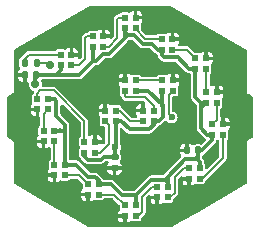
<source format=gbr>
%TF.GenerationSoftware,KiCad,Pcbnew,8.0.4*%
%TF.CreationDate,2024-10-23T12:58:23+11:00*%
%TF.ProjectId,Micron_Logo_LED,4d696372-6f6e-45f4-9c6f-676f5f4c4544,rev?*%
%TF.SameCoordinates,Original*%
%TF.FileFunction,Copper,L1,Top*%
%TF.FilePolarity,Positive*%
%FSLAX46Y46*%
G04 Gerber Fmt 4.6, Leading zero omitted, Abs format (unit mm)*
G04 Created by KiCad (PCBNEW 8.0.4) date 2024-10-23 12:58:23*
%MOMM*%
%LPD*%
G01*
G04 APERTURE LIST*
G04 Aperture macros list*
%AMRoundRect*
0 Rectangle with rounded corners*
0 $1 Rounding radius*
0 $2 $3 $4 $5 $6 $7 $8 $9 X,Y pos of 4 corners*
0 Add a 4 corners polygon primitive as box body*
4,1,4,$2,$3,$4,$5,$6,$7,$8,$9,$2,$3,0*
0 Add four circle primitives for the rounded corners*
1,1,$1+$1,$2,$3*
1,1,$1+$1,$4,$5*
1,1,$1+$1,$6,$7*
1,1,$1+$1,$8,$9*
0 Add four rect primitives between the rounded corners*
20,1,$1+$1,$2,$3,$4,$5,0*
20,1,$1+$1,$4,$5,$6,$7,0*
20,1,$1+$1,$6,$7,$8,$9,0*
20,1,$1+$1,$8,$9,$2,$3,0*%
G04 Aperture macros list end*
%TA.AperFunction,SMDPad,CuDef*%
%ADD10R,0.500000X0.500000*%
%TD*%
%TA.AperFunction,SMDPad,CuDef*%
%ADD11RoundRect,0.135000X0.135000X0.185000X-0.135000X0.185000X-0.135000X-0.185000X0.135000X-0.185000X0*%
%TD*%
%TA.AperFunction,SMDPad,CuDef*%
%ADD12RoundRect,0.140000X-0.140000X-0.170000X0.140000X-0.170000X0.140000X0.170000X-0.140000X0.170000X0*%
%TD*%
%TA.AperFunction,SMDPad,CuDef*%
%ADD13RoundRect,0.140000X0.170000X-0.140000X0.170000X0.140000X-0.170000X0.140000X-0.170000X-0.140000X0*%
%TD*%
%TA.AperFunction,ViaPad*%
%ADD14C,0.600000*%
%TD*%
%TA.AperFunction,ViaPad*%
%ADD15C,0.700000*%
%TD*%
%TA.AperFunction,Conductor*%
%ADD16C,0.300000*%
%TD*%
%TA.AperFunction,Conductor*%
%ADD17C,0.200000*%
%TD*%
G04 APERTURE END LIST*
D10*
%TO.P,D3,1,DIN*%
%TO.N,Net-(D2-DOUT)*%
X151754000Y-92899434D03*
%TO.P,D3,2,VDD*%
%TO.N,+5V*%
X151754000Y-93799434D03*
%TO.P,D3,3,DOUT*%
%TO.N,Net-(D3-DOUT)*%
X152654000Y-93799434D03*
%TO.P,D3,4,GND*%
%TO.N,GND*%
X152654000Y-92899434D03*
%TD*%
%TO.P,D2,1,DIN*%
%TO.N,Net-(D1-DOUT)*%
X149035250Y-94469105D03*
%TO.P,D2,2,VDD*%
%TO.N,+5V*%
X149035250Y-95369105D03*
%TO.P,D2,3,DOUT*%
%TO.N,Net-(D2-DOUT)*%
X149935250Y-95369105D03*
%TO.P,D2,4,GND*%
%TO.N,GND*%
X149935250Y-94469105D03*
%TD*%
%TO.P,D5,1,DIN*%
%TO.N,Net-(D4-DOUT)*%
X157722750Y-96345493D03*
%TO.P,D5,2,VDD*%
%TO.N,+5V*%
X157722750Y-97245493D03*
%TO.P,D5,3,DOUT*%
%TO.N,Net-(D5-DOUT)*%
X158622750Y-97245493D03*
%TO.P,D5,4,GND*%
%TO.N,GND*%
X158622750Y-96345493D03*
%TD*%
%TO.P,D15,1,DIN*%
%TO.N,Net-(D14-DOUT)*%
X148331837Y-103410522D03*
%TO.P,D15,2,VDD*%
%TO.N,+5V*%
X148331837Y-104310522D03*
%TO.P,D15,3,DOUT*%
%TO.N,Net-(D15-DOUT)*%
X149231837Y-104310522D03*
%TO.P,D15,4,GND*%
%TO.N,GND*%
X149231837Y-103410522D03*
%TD*%
%TO.P,D1,1,DIN*%
%TO.N,Net-(D1-DIN)*%
X146316500Y-96038776D03*
%TO.P,D1,2,VDD*%
%TO.N,+5V*%
X146316500Y-96938776D03*
%TO.P,D1,3,DOUT*%
%TO.N,Net-(D1-DOUT)*%
X147216500Y-96938776D03*
%TO.P,D1,4,GND*%
%TO.N,GND*%
X147216500Y-96038776D03*
%TD*%
%TO.P,D10,1,DIN*%
%TO.N,Net-(D10-DIN)*%
X152654000Y-109676566D03*
%TO.P,D10,2,VDD*%
%TO.N,+5V*%
X152654000Y-108776566D03*
%TO.P,D10,3,DOUT*%
%TO.N,Net-(D10-DOUT)*%
X151754000Y-108776566D03*
%TO.P,D10,4,GND*%
%TO.N,GND*%
X151754000Y-109676566D03*
%TD*%
%TO.P,D13,1,DIN*%
%TO.N,Net-(D12-DOUT)*%
X145779000Y-103368274D03*
%TO.P,D13,2,VDD*%
%TO.N,+5V*%
X145779000Y-102468274D03*
%TO.P,D13,3,DOUT*%
%TO.N,Net-(D13-DOUT)*%
X144879000Y-102468274D03*
%TO.P,D13,4,GND*%
%TO.N,GND*%
X144879000Y-103368274D03*
%TD*%
%TO.P,D14,1,DIN*%
%TO.N,Net-(D13-DOUT)*%
X145247750Y-100668422D03*
%TO.P,D14,2,VDD*%
%TO.N,+5V*%
X145247750Y-99768422D03*
%TO.P,D14,3,DOUT*%
%TO.N,Net-(D14-DOUT)*%
X144347750Y-99768422D03*
%TO.P,D14,4,GND*%
%TO.N,GND*%
X144347750Y-100668422D03*
%TD*%
%TO.P,D12,1,DIN*%
%TO.N,Net-(D11-DOUT)*%
X146685250Y-106230507D03*
%TO.P,D12,2,VDD*%
%TO.N,+5V*%
X146685250Y-105330507D03*
%TO.P,D12,3,DOUT*%
%TO.N,Net-(D12-DOUT)*%
X145785250Y-105330507D03*
%TO.P,D12,4,GND*%
%TO.N,GND*%
X145785250Y-106230507D03*
%TD*%
%TO.P,D7,1,DIN*%
%TO.N,Net-(D6-DOUT)*%
X159160250Y-101907578D03*
%TO.P,D7,2,VDD*%
%TO.N,+5V*%
X159160250Y-102807578D03*
%TO.P,D7,3,DOUT*%
%TO.N,Net-(D7-DOUT)*%
X160060250Y-102807578D03*
%TO.P,D7,4,GND*%
%TO.N,GND*%
X160060250Y-101907578D03*
%TD*%
D11*
%TO.P,R1,1*%
%TO.N,Net-(D1-DIN)*%
X144274000Y-96716000D03*
%TO.P,R1,2*%
%TO.N,DIN*%
X143254000Y-96716000D03*
%TD*%
D10*
%TO.P,D9,1,DIN*%
%TO.N,Net-(D8-DOUT)*%
X155372750Y-108106895D03*
%TO.P,D9,2,VDD*%
%TO.N,+5V*%
X155372750Y-107206895D03*
%TO.P,D9,3,DOUT*%
%TO.N,Net-(D10-DIN)*%
X154472750Y-107206895D03*
%TO.P,D9,4,GND*%
%TO.N,GND*%
X154472750Y-108106895D03*
%TD*%
%TO.P,D17,1,DIN*%
%TO.N,Net-(D16-DOUT)*%
X153280664Y-101656005D03*
%TO.P,D17,2,VDD*%
%TO.N,+5V*%
X154180664Y-101656005D03*
%TO.P,D17,3,DOUT*%
%TO.N,Net-(D17-DOUT)*%
X154180664Y-100756005D03*
%TO.P,D17,4,GND*%
%TO.N,GND*%
X153280664Y-100756005D03*
%TD*%
D12*
%TO.P,C1,1*%
%TO.N,GND*%
X143284000Y-97732000D03*
%TO.P,C1,2*%
%TO.N,+5V*%
X144244000Y-97732000D03*
%TD*%
%TO.P,C2,1*%
%TO.N,GND*%
X157000000Y-104140000D03*
%TO.P,C2,2*%
%TO.N,+5V*%
X157960000Y-104140000D03*
%TD*%
D10*
%TO.P,D16,1,DIN*%
%TO.N,Net-(D15-DOUT)*%
X150079357Y-101656005D03*
%TO.P,D16,2,VDD*%
%TO.N,+5V*%
X150979357Y-101656005D03*
%TO.P,D16,3,DOUT*%
%TO.N,Net-(D16-DOUT)*%
X150979357Y-100756005D03*
%TO.P,D16,4,GND*%
%TO.N,GND*%
X150079357Y-100756005D03*
%TD*%
%TO.P,D4,1,DIN*%
%TO.N,Net-(D3-DOUT)*%
X154879000Y-94703653D03*
%TO.P,D4,2,VDD*%
%TO.N,+5V*%
X154879000Y-95603653D03*
%TO.P,D4,3,DOUT*%
%TO.N,Net-(D4-DOUT)*%
X155779000Y-95603653D03*
%TO.P,D4,4,GND*%
%TO.N,GND*%
X155779000Y-94703653D03*
%TD*%
D13*
%TO.P,C3,1*%
%TO.N,GND*%
X150876000Y-105636000D03*
%TO.P,C3,2*%
%TO.N,+5V*%
X150876000Y-104676000D03*
%TD*%
D10*
%TO.P,D19,1,DIN*%
%TO.N,Net-(D18-DOUT)*%
X154915190Y-98189132D03*
%TO.P,D19,2,VDD*%
%TO.N,+5V*%
X154915190Y-99089132D03*
%TO.P,D19,3,DOUT*%
%TO.N,DOUT*%
X155815190Y-99089132D03*
%TO.P,D19,4,GND*%
%TO.N,GND*%
X155815190Y-98189132D03*
%TD*%
%TO.P,D6,1,DIN*%
%TO.N,Net-(D5-DOUT)*%
X158629000Y-99207726D03*
%TO.P,D6,2,VDD*%
%TO.N,+5V*%
X158629000Y-100107726D03*
%TO.P,D6,3,DOUT*%
%TO.N,Net-(D6-DOUT)*%
X159529000Y-100107726D03*
%TO.P,D6,4,GND*%
%TO.N,GND*%
X159529000Y-99207726D03*
%TD*%
%TO.P,D11,1,DIN*%
%TO.N,Net-(D10-DOUT)*%
X149529000Y-107872347D03*
%TO.P,D11,2,VDD*%
%TO.N,+5V*%
X149529000Y-106972347D03*
%TO.P,D11,3,DOUT*%
%TO.N,Net-(D11-DOUT)*%
X148629000Y-106972347D03*
%TO.P,D11,4,GND*%
%TO.N,GND*%
X148629000Y-107872347D03*
%TD*%
%TO.P,D18,1,DIN*%
%TO.N,Net-(D17-DOUT)*%
X151769165Y-99089132D03*
%TO.P,D18,2,VDD*%
%TO.N,+5V*%
X152669165Y-99089132D03*
%TO.P,D18,3,DOUT*%
%TO.N,Net-(D18-DOUT)*%
X152669165Y-98189132D03*
%TO.P,D18,4,GND*%
%TO.N,GND*%
X151769165Y-98189132D03*
%TD*%
%TO.P,D8,1,DIN*%
%TO.N,Net-(D7-DOUT)*%
X158091500Y-106537224D03*
%TO.P,D8,2,VDD*%
%TO.N,+5V*%
X158091500Y-105637224D03*
%TO.P,D8,3,DOUT*%
%TO.N,Net-(D8-DOUT)*%
X157191500Y-105637224D03*
%TO.P,D8,4,GND*%
%TO.N,GND*%
X157191500Y-106537224D03*
%TD*%
D14*
%TO.N,+5V*%
X150954001Y-103831435D03*
D15*
X144170400Y-98552000D03*
%TO.N,GND*%
X147320000Y-94488000D03*
X151223707Y-106619927D03*
X154432000Y-92964000D03*
X144272000Y-104902000D03*
X159258000Y-104394000D03*
X146812000Y-107696000D03*
X160782000Y-100584000D03*
X147574000Y-99441000D03*
X156718000Y-99568000D03*
X143764000Y-102108000D03*
X149860000Y-109220000D03*
X156108400Y-104114600D03*
X157226000Y-107950000D03*
X143002000Y-99060000D03*
D14*
X147574000Y-102108000D03*
D15*
X154432000Y-109474000D03*
X157480000Y-94742000D03*
X149860000Y-92964000D03*
D14*
%TO.N,DOUT*%
X155702000Y-101346000D03*
D15*
%TO.N,DIN*%
X145437267Y-96898769D03*
%TD*%
D16*
%TO.N,+5V*%
X154081653Y-95153653D02*
X154531653Y-95603653D01*
X150954001Y-103831435D02*
X150954001Y-104569999D01*
X149902895Y-95969105D02*
X150410895Y-95969105D01*
X154531653Y-95603653D02*
X154879000Y-95603653D01*
X144244000Y-97732000D02*
X145523276Y-97732000D01*
X149289250Y-96582750D02*
X149902895Y-95969105D01*
X154879000Y-95603653D02*
X154879000Y-96053653D01*
X158179000Y-100533326D02*
X158191200Y-100545526D01*
X144170400Y-98552000D02*
X144170400Y-97805600D01*
X159160250Y-102807578D02*
X159160250Y-103221750D01*
X150954001Y-103831435D02*
X150979357Y-103806079D01*
X146316500Y-97300138D02*
X146316500Y-96938776D01*
X149529000Y-106672347D02*
X149229000Y-106372347D01*
X158091500Y-105084300D02*
X158091500Y-105637224D01*
X145523276Y-97732000D02*
X145884638Y-97732000D01*
X158179000Y-100107726D02*
X158179000Y-100533326D01*
X154940000Y-100330000D02*
X154940000Y-101346000D01*
X149229000Y-106372347D02*
X148665396Y-106372347D01*
X146685250Y-102489250D02*
X146664274Y-102468274D01*
X158710250Y-102807578D02*
X159160250Y-102807578D01*
X158179000Y-100107726D02*
X158629000Y-100107726D01*
X148598522Y-104910522D02*
X148331837Y-104643837D01*
X151754000Y-93799434D02*
X151754000Y-94099434D01*
X156826724Y-104902000D02*
X155372750Y-106355974D01*
X152654000Y-107925645D02*
X151539475Y-107925645D01*
X146664274Y-102468274D02*
X146229000Y-102468274D01*
X145797750Y-99768422D02*
X145950664Y-99921336D01*
X157909200Y-104902000D02*
X157960000Y-104952800D01*
X157722750Y-99651476D02*
X158179000Y-100107726D01*
X150954001Y-104569999D02*
X150848000Y-104676000D01*
X158242000Y-104140000D02*
X157960000Y-104140000D01*
X147886000Y-97732000D02*
X149035250Y-96582750D01*
X151980566Y-94399434D02*
X151754000Y-94626000D01*
X150979357Y-103806079D02*
X150979357Y-101656005D01*
X157960000Y-104140000D02*
X157960000Y-104648000D01*
X150848000Y-104676000D02*
X149952755Y-104676000D01*
X154915190Y-99089132D02*
X154915190Y-100354810D01*
X154879000Y-96053653D02*
X155091347Y-96266000D01*
X146229000Y-102468274D02*
X145779000Y-102468274D01*
X149035250Y-96582750D02*
X149289250Y-96582750D01*
X157189493Y-97245493D02*
X157722750Y-97245493D01*
X147623556Y-105330507D02*
X146685250Y-105330507D01*
X155091347Y-96266000D02*
X156210000Y-96266000D01*
X152669165Y-99089132D02*
X153699132Y-99089132D01*
X149035250Y-96582750D02*
X149035250Y-95369105D01*
X152054000Y-94399434D02*
X151980566Y-94399434D01*
X157706000Y-104902000D02*
X157909200Y-104902000D01*
X152678355Y-107925645D02*
X152654000Y-107925645D01*
X158179000Y-100557726D02*
X158179000Y-102276328D01*
X145247750Y-99768422D02*
X145797750Y-99768422D01*
X155121829Y-106606895D02*
X153997105Y-106606895D01*
X149718233Y-104910522D02*
X148598522Y-104910522D01*
X148665396Y-106372347D02*
X147623556Y-105330507D01*
X150586177Y-106972347D02*
X149529000Y-106972347D01*
X152654000Y-107925645D02*
X152654000Y-108776566D01*
X156210000Y-96266000D02*
X157189493Y-97245493D01*
X158179000Y-102276328D02*
X158710250Y-102807578D01*
X151754000Y-94626000D02*
X151754000Y-93799434D01*
X155372750Y-106857816D02*
X155372750Y-107206895D01*
X152553038Y-94399434D02*
X153307257Y-95153653D01*
X151440005Y-101656005D02*
X152146000Y-102362000D01*
X148331837Y-104643837D02*
X148331837Y-104310522D01*
X155372750Y-106355974D02*
X155372750Y-107206895D01*
X153774669Y-102362000D02*
X154180664Y-101956005D01*
X157722750Y-97245493D02*
X157722750Y-99651476D01*
X145950664Y-101232164D02*
X146685250Y-101966750D01*
X145950664Y-99921336D02*
X145950664Y-101232164D01*
X158629000Y-100107726D02*
X158191200Y-100545526D01*
X155121829Y-106606895D02*
X155372750Y-106857816D01*
X144170400Y-97805600D02*
X144244000Y-97732000D01*
X145523276Y-97732000D02*
X147886000Y-97732000D01*
X154940000Y-101346000D02*
X154629995Y-101656005D01*
X151754000Y-94099434D02*
X152054000Y-94399434D01*
X157960000Y-104648000D02*
X157706000Y-104902000D01*
X157706000Y-104902000D02*
X156826724Y-104902000D01*
X149529000Y-106972347D02*
X149529000Y-106672347D01*
X145884638Y-97732000D02*
X146316500Y-97300138D01*
X150410895Y-95969105D02*
X151754000Y-94626000D01*
X149952755Y-104676000D02*
X149718233Y-104910522D01*
X157960000Y-104952800D02*
X158091500Y-105084300D01*
X155372750Y-106355974D02*
X155121829Y-106606895D01*
X158191200Y-100545526D02*
X158179000Y-100557726D01*
X153699132Y-99089132D02*
X154940000Y-100330000D01*
X150979357Y-101656005D02*
X151440005Y-101656005D01*
X146229000Y-102423000D02*
X146229000Y-102468274D01*
X146685250Y-102489250D02*
X146685250Y-101966750D01*
X157960000Y-104140000D02*
X157960000Y-104952800D01*
X153307257Y-95153653D02*
X154081653Y-95153653D01*
X152054000Y-94399434D02*
X152553038Y-94399434D01*
X154180664Y-101956005D02*
X154180664Y-101656005D01*
X153997105Y-106606895D02*
X152678355Y-107925645D01*
X159160250Y-103221750D02*
X158242000Y-104140000D01*
X152146000Y-102362000D02*
X153774669Y-102362000D01*
X146685250Y-105330507D02*
X146685250Y-102489250D01*
X154629995Y-101656005D02*
X154180664Y-101656005D01*
X154915190Y-100354810D02*
X154940000Y-100330000D01*
X151539475Y-107925645D02*
X150586177Y-106972347D01*
D17*
%TO.N,Net-(D1-DIN)*%
X146316500Y-96038776D02*
X143610224Y-96038776D01*
X143254000Y-96395000D02*
X143254000Y-96716000D01*
X143610224Y-96038776D02*
X143254000Y-96395000D01*
%TO.N,Net-(D1-DOUT)*%
X148558095Y-94469105D02*
X149035250Y-94469105D01*
X147866424Y-96938776D02*
X148386800Y-96418400D01*
X148386800Y-94640400D02*
X148558095Y-94469105D01*
X148386800Y-96418400D02*
X148386800Y-94640400D01*
X147216500Y-96938776D02*
X147866424Y-96938776D01*
%TO.N,Net-(D2-DOUT)*%
X151104600Y-93040200D02*
X151245366Y-92899434D01*
X151104600Y-94639004D02*
X151104600Y-93040200D01*
X151245366Y-92899434D02*
X151754000Y-92899434D01*
X150374499Y-95369105D02*
X151104600Y-94639004D01*
X149935250Y-95369105D02*
X150374499Y-95369105D01*
%TO.N,Net-(D3-DOUT)*%
X152654000Y-93799434D02*
X152654000Y-93864000D01*
X153493653Y-94703653D02*
X154879000Y-94703653D01*
X152654000Y-93864000D02*
X153493653Y-94703653D01*
%TO.N,Net-(D4-DOUT)*%
X156980910Y-95603653D02*
X157722750Y-96345493D01*
X155779000Y-95603653D02*
X156980910Y-95603653D01*
%TO.N,Net-(D5-DOUT)*%
X158622750Y-97245493D02*
X158622750Y-99201476D01*
X158622750Y-99201476D02*
X158629000Y-99207726D01*
%TO.N,DOUT*%
X155702000Y-101346000D02*
X155448000Y-101092000D01*
X155448000Y-101092000D02*
X155448000Y-99456322D01*
X155448000Y-99456322D02*
X155815190Y-99089132D01*
%TO.N,Net-(D6-DOUT)*%
X159529000Y-100107726D02*
X159529000Y-101538828D01*
X159529000Y-101538828D02*
X159160250Y-101907578D01*
%TO.N,Net-(D7-DOUT)*%
X160060250Y-104768474D02*
X158291500Y-106537224D01*
X160060250Y-102807578D02*
X160060250Y-104768474D01*
X158291500Y-106537224D02*
X158091500Y-106537224D01*
%TO.N,Net-(D8-DOUT)*%
X156744776Y-105637224D02*
X155956000Y-106426000D01*
X155572750Y-108106895D02*
X155372750Y-108106895D01*
X155956000Y-107723645D02*
X155572750Y-108106895D01*
X155956000Y-106426000D02*
X155956000Y-107723645D01*
X157191500Y-105637224D02*
X156744776Y-105637224D01*
%TO.N,Net-(D10-DIN)*%
X152854000Y-109676566D02*
X152654000Y-109676566D01*
X153204000Y-108036396D02*
X153204000Y-109326566D01*
X154472750Y-107206895D02*
X154033501Y-107206895D01*
X153204000Y-109326566D02*
X152854000Y-109676566D01*
X154033501Y-107206895D02*
X153204000Y-108036396D01*
%TO.N,Net-(D10-DOUT)*%
X150849781Y-107872347D02*
X149529000Y-107872347D01*
X151754000Y-108776566D02*
X150849781Y-107872347D01*
%TO.N,Net-(D11-DOUT)*%
X147887160Y-106230507D02*
X146685250Y-106230507D01*
X148629000Y-106972347D02*
X147887160Y-106230507D01*
%TO.N,Net-(D12-DOUT)*%
X145785250Y-105330507D02*
X145785250Y-103374524D01*
X145785250Y-103374524D02*
X145779000Y-103368274D01*
%TO.N,Net-(D13-DOUT)*%
X144879000Y-102468274D02*
X144879000Y-101037172D01*
X144879000Y-101037172D02*
X145247750Y-100668422D01*
%TO.N,Net-(D14-DOUT)*%
X144606172Y-99060000D02*
X145725724Y-99060000D01*
X148331837Y-101666113D02*
X148331837Y-103410522D01*
X145725724Y-99060000D02*
X148331837Y-101666113D01*
X144347750Y-99318422D02*
X144606172Y-99060000D01*
X144347750Y-99768422D02*
X144347750Y-99318422D01*
%TO.N,Net-(D15-DOUT)*%
X149231837Y-104310522D02*
X149681837Y-104310522D01*
X150368000Y-103624359D02*
X150368000Y-101944648D01*
X149681837Y-104310522D02*
X150368000Y-103624359D01*
X150368000Y-101944648D02*
X150079357Y-101656005D01*
%TO.N,Net-(D16-DOUT)*%
X152202005Y-101656005D02*
X153280664Y-101656005D01*
X151302005Y-100756005D02*
X152202005Y-101656005D01*
X150979357Y-100756005D02*
X151302005Y-100756005D01*
%TO.N,Net-(D17-DOUT)*%
X151769165Y-99539132D02*
X151769165Y-99089132D01*
X153487132Y-99639132D02*
X151869165Y-99639132D01*
X154180664Y-100332664D02*
X153487132Y-99639132D01*
X151869165Y-99639132D02*
X151769165Y-99539132D01*
X154180664Y-100756005D02*
X154180664Y-100332664D01*
%TO.N,Net-(D18-DOUT)*%
X152669165Y-98189132D02*
X154915190Y-98189132D01*
%TO.N,DIN*%
X144274000Y-96716000D02*
X145254498Y-96716000D01*
X145254498Y-96716000D02*
X145437267Y-96898769D01*
%TD*%
%TA.AperFunction,Conductor*%
%TO.N,GND*%
G36*
X152423533Y-94769619D02*
G01*
X152444175Y-94786253D01*
X153092045Y-95434123D01*
X153171969Y-95480267D01*
X153261113Y-95504153D01*
X153261114Y-95504153D01*
X153353401Y-95504153D01*
X153885109Y-95504153D01*
X153952148Y-95523838D01*
X153972790Y-95540472D01*
X154316441Y-95884123D01*
X154316443Y-95884124D01*
X154316447Y-95884127D01*
X154383410Y-95922788D01*
X154383411Y-95922788D01*
X154396365Y-95930267D01*
X154396366Y-95930267D01*
X154396367Y-95930268D01*
X154403276Y-95932119D01*
X154462939Y-95968480D01*
X154474292Y-95983005D01*
X154484450Y-95998208D01*
X154492181Y-96005939D01*
X154525666Y-96067262D01*
X154528500Y-96093620D01*
X154528500Y-96099797D01*
X154543168Y-96154540D01*
X154549439Y-96177942D01*
X154549439Y-96177944D01*
X154552384Y-96188937D01*
X154552387Y-96188944D01*
X154598527Y-96268861D01*
X154598529Y-96268864D01*
X154598530Y-96268865D01*
X154876135Y-96546470D01*
X154956059Y-96592614D01*
X155045203Y-96616500D01*
X156013456Y-96616500D01*
X156080495Y-96636185D01*
X156101137Y-96652819D01*
X156544723Y-97096404D01*
X156909024Y-97460705D01*
X156974281Y-97525962D01*
X156974284Y-97525963D01*
X156974287Y-97525966D01*
X157054199Y-97572104D01*
X157054200Y-97572104D01*
X157054205Y-97572107D01*
X157143349Y-97595993D01*
X157232783Y-97595993D01*
X157299822Y-97615678D01*
X157320464Y-97632312D01*
X157335931Y-97647779D01*
X157369416Y-97709102D01*
X157372250Y-97735460D01*
X157372250Y-99697620D01*
X157394188Y-99779495D01*
X157396136Y-99786764D01*
X157425702Y-99837973D01*
X157442279Y-99866686D01*
X157442281Y-99866689D01*
X157792181Y-100216589D01*
X157825666Y-100277912D01*
X157828500Y-100304270D01*
X157828500Y-100511582D01*
X157828500Y-102322472D01*
X157833438Y-102340901D01*
X157851453Y-102408133D01*
X157851454Y-102408139D01*
X157852384Y-102411611D01*
X157852388Y-102411620D01*
X157898525Y-102491533D01*
X157898529Y-102491538D01*
X157898530Y-102491540D01*
X158495038Y-103088048D01*
X158547329Y-103118238D01*
X158595544Y-103168804D01*
X158608768Y-103237411D01*
X158582800Y-103302276D01*
X158573010Y-103313306D01*
X158286455Y-103599861D01*
X158225132Y-103633346D01*
X158182591Y-103635119D01*
X158139904Y-103629500D01*
X157780105Y-103629500D01*
X157764386Y-103631569D01*
X157730513Y-103636028D01*
X157730511Y-103636029D01*
X157730509Y-103636029D01*
X157611852Y-103691361D01*
X157610722Y-103688939D01*
X157559692Y-103706142D01*
X157491927Y-103689123D01*
X157461463Y-103661677D01*
X157461212Y-103661929D01*
X157456378Y-103657095D01*
X157455016Y-103655868D01*
X157454639Y-103655357D01*
X157347919Y-103576594D01*
X157222732Y-103532788D01*
X157222720Y-103532786D01*
X157193007Y-103530000D01*
X157150000Y-103530000D01*
X157150000Y-104166000D01*
X157130315Y-104233039D01*
X157077511Y-104278794D01*
X157026000Y-104290000D01*
X156420001Y-104290000D01*
X156420001Y-104363000D01*
X156422786Y-104392720D01*
X156466596Y-104517922D01*
X156508761Y-104575053D01*
X156532732Y-104640682D01*
X156517417Y-104708852D01*
X156496672Y-104736368D01*
X155157538Y-106075504D01*
X155012966Y-106220076D01*
X154951643Y-106253561D01*
X154925285Y-106256395D01*
X153950961Y-106256395D01*
X153861817Y-106280281D01*
X153861814Y-106280282D01*
X153781896Y-106326422D01*
X153781891Y-106326426D01*
X152569492Y-107538826D01*
X152508169Y-107572311D01*
X152481811Y-107575145D01*
X151736019Y-107575145D01*
X151668980Y-107555460D01*
X151648338Y-107538826D01*
X150801390Y-106691878D01*
X150801385Y-106691874D01*
X150721466Y-106645733D01*
X150717192Y-106644588D01*
X150709787Y-106642604D01*
X150709786Y-106642603D01*
X150644308Y-106625059D01*
X150632321Y-106621847D01*
X150632320Y-106621847D01*
X150018967Y-106621847D01*
X149951928Y-106602162D01*
X149931286Y-106585528D01*
X149923555Y-106577797D01*
X149907884Y-106567326D01*
X149875271Y-106545534D01*
X149836777Y-106504433D01*
X149817825Y-106471607D01*
X149817822Y-106471602D01*
X149809470Y-106457134D01*
X149809468Y-106457132D01*
X149444213Y-106091878D01*
X149444208Y-106091874D01*
X149364290Y-106045734D01*
X149364289Y-106045733D01*
X149364288Y-106045733D01*
X149275144Y-106021847D01*
X149275143Y-106021847D01*
X148861939Y-106021847D01*
X148794900Y-106002162D01*
X148774258Y-105985528D01*
X148617730Y-105829000D01*
X150266001Y-105829000D01*
X150268786Y-105858720D01*
X150312596Y-105983922D01*
X150391358Y-106090641D01*
X150498080Y-106169405D01*
X150623267Y-106213211D01*
X150623279Y-106213213D01*
X150652992Y-106215999D01*
X151026000Y-106215999D01*
X151099000Y-106215999D01*
X151128720Y-106213213D01*
X151253922Y-106169403D01*
X151360641Y-106090641D01*
X151439405Y-105983919D01*
X151483211Y-105858732D01*
X151483213Y-105858720D01*
X151486000Y-105829007D01*
X151486000Y-105786000D01*
X151026000Y-105786000D01*
X151026000Y-106215999D01*
X150652992Y-106215999D01*
X150725999Y-106215998D01*
X150726000Y-106215998D01*
X150726000Y-105786000D01*
X150266001Y-105786000D01*
X150266001Y-105829000D01*
X148617730Y-105829000D01*
X147838769Y-105050038D01*
X147838764Y-105050034D01*
X147758846Y-105003894D01*
X147758845Y-105003893D01*
X147758844Y-105003893D01*
X147669700Y-104980007D01*
X147669699Y-104980007D01*
X147175216Y-104980007D01*
X147108177Y-104960322D01*
X147087532Y-104943685D01*
X147072066Y-104928218D01*
X147038583Y-104866894D01*
X147035750Y-104840540D01*
X147035750Y-101920608D01*
X147035750Y-101920606D01*
X147011864Y-101831462D01*
X146997136Y-101805953D01*
X146965719Y-101751537D01*
X146337483Y-101123301D01*
X146303998Y-101061978D01*
X146301164Y-101035620D01*
X146301164Y-100359773D01*
X146320849Y-100292734D01*
X146373653Y-100246979D01*
X146442811Y-100237035D01*
X146506367Y-100266060D01*
X146512845Y-100272092D01*
X147995018Y-101754265D01*
X148028503Y-101815588D01*
X148031337Y-101841946D01*
X148031337Y-102886846D01*
X148011652Y-102953885D01*
X147976229Y-102989947D01*
X147937285Y-103015968D01*
X147892969Y-103082291D01*
X147892968Y-103082292D01*
X147881337Y-103140769D01*
X147881337Y-103680274D01*
X147892968Y-103738751D01*
X147892969Y-103738752D01*
X147928302Y-103791631D01*
X147949180Y-103858308D01*
X147930696Y-103925688D01*
X147928302Y-103929413D01*
X147892969Y-103982291D01*
X147892968Y-103982292D01*
X147881337Y-104040769D01*
X147881337Y-104580274D01*
X147892968Y-104638751D01*
X147892969Y-104638752D01*
X147937283Y-104705073D01*
X147957537Y-104718606D01*
X148002341Y-104772219D01*
X148003207Y-104774256D01*
X148005225Y-104779130D01*
X148051364Y-104859045D01*
X148051366Y-104859048D01*
X148051367Y-104859049D01*
X148383310Y-105190992D01*
X148456536Y-105233269D01*
X148463234Y-105237136D01*
X148552378Y-105261022D01*
X148552379Y-105261022D01*
X148552380Y-105261022D01*
X149764375Y-105261022D01*
X149764377Y-105261022D01*
X149853521Y-105237136D01*
X149860219Y-105233269D01*
X149933445Y-105190992D01*
X150061618Y-105062819D01*
X150122941Y-105029334D01*
X150149299Y-105026500D01*
X150260019Y-105026500D01*
X150327058Y-105046185D01*
X150372813Y-105098989D01*
X150382757Y-105168147D01*
X150359789Y-105224134D01*
X150312594Y-105288080D01*
X150268788Y-105413267D01*
X150268786Y-105413279D01*
X150266000Y-105442992D01*
X150266000Y-105486000D01*
X151485999Y-105486000D01*
X151485999Y-105442999D01*
X151483213Y-105413279D01*
X151439403Y-105288077D01*
X151360641Y-105181359D01*
X151360129Y-105180981D01*
X151359703Y-105180420D01*
X151354071Y-105174788D01*
X151354841Y-105174017D01*
X151317877Y-105125335D01*
X151312417Y-105055679D01*
X151325846Y-105024710D01*
X151324639Y-105024148D01*
X151334838Y-105002276D01*
X151379972Y-104905487D01*
X151386500Y-104855901D01*
X151386499Y-104496100D01*
X151379972Y-104446513D01*
X151329224Y-104337684D01*
X151329223Y-104337683D01*
X151329223Y-104337682D01*
X151326926Y-104334402D01*
X151324921Y-104328457D01*
X151324639Y-104327852D01*
X151324706Y-104327820D01*
X151304599Y-104268196D01*
X151304501Y-104263279D01*
X151304501Y-104237470D01*
X151324186Y-104170431D01*
X151334783Y-104156272D01*
X151379378Y-104104808D01*
X151439166Y-103973892D01*
X151447347Y-103916992D01*
X156420000Y-103916992D01*
X156420000Y-103990000D01*
X156850000Y-103990000D01*
X156850000Y-103530000D01*
X156806999Y-103530000D01*
X156777279Y-103532786D01*
X156652077Y-103576596D01*
X156545358Y-103655358D01*
X156466594Y-103762080D01*
X156422788Y-103887267D01*
X156422786Y-103887279D01*
X156420000Y-103916992D01*
X151447347Y-103916992D01*
X151459648Y-103831435D01*
X151439166Y-103688978D01*
X151379378Y-103558062D01*
X151360143Y-103535863D01*
X151331119Y-103472309D01*
X151329857Y-103454662D01*
X151329857Y-102340901D01*
X151349542Y-102273862D01*
X151402346Y-102228107D01*
X151471504Y-102218163D01*
X151535060Y-102247188D01*
X151541538Y-102253220D01*
X151930788Y-102642470D01*
X151930790Y-102642471D01*
X151930794Y-102642474D01*
X152001829Y-102683486D01*
X152001830Y-102683486D01*
X152010712Y-102688614D01*
X152099856Y-102712500D01*
X152099857Y-102712500D01*
X152099858Y-102712500D01*
X153820811Y-102712500D01*
X153820813Y-102712500D01*
X153909957Y-102688614D01*
X153918839Y-102683486D01*
X153918840Y-102683486D01*
X153989874Y-102642474D01*
X153989873Y-102642474D01*
X153989881Y-102642470D01*
X154461134Y-102171217D01*
X154488440Y-102123919D01*
X154526935Y-102082817D01*
X154575216Y-102050557D01*
X154575217Y-102050555D01*
X154575219Y-102050554D01*
X154582950Y-102042824D01*
X154644273Y-102009339D01*
X154670631Y-102006505D01*
X154676137Y-102006505D01*
X154676139Y-102006505D01*
X154765283Y-101982619D01*
X154793006Y-101966613D01*
X154845207Y-101936475D01*
X155129377Y-101652303D01*
X155190700Y-101618819D01*
X155260391Y-101623803D01*
X155310770Y-101658781D01*
X155370872Y-101728143D01*
X155491947Y-101805953D01*
X155491950Y-101805954D01*
X155491949Y-101805954D01*
X155578830Y-101831464D01*
X155614529Y-101841946D01*
X155630036Y-101846499D01*
X155630038Y-101846500D01*
X155630039Y-101846500D01*
X155773962Y-101846500D01*
X155773962Y-101846499D01*
X155881121Y-101815035D01*
X155912050Y-101805954D01*
X155912050Y-101805953D01*
X155912053Y-101805953D01*
X156033128Y-101728143D01*
X156127377Y-101619373D01*
X156187165Y-101488457D01*
X156207647Y-101346000D01*
X156187165Y-101203543D01*
X156127377Y-101072627D01*
X156033128Y-100963857D01*
X155966726Y-100921183D01*
X155912051Y-100886045D01*
X155837565Y-100864175D01*
X155778787Y-100826401D01*
X155749762Y-100762845D01*
X155748500Y-100745198D01*
X155748500Y-99663632D01*
X155768185Y-99596593D01*
X155820989Y-99550838D01*
X155872500Y-99539632D01*
X156084940Y-99539632D01*
X156084941Y-99539631D01*
X156099758Y-99536684D01*
X156143419Y-99528000D01*
X156143419Y-99527999D01*
X156143421Y-99527999D01*
X156209742Y-99483684D01*
X156254057Y-99417363D01*
X156254057Y-99417361D01*
X156254058Y-99417361D01*
X156262742Y-99373700D01*
X156265690Y-99358880D01*
X156265690Y-98819384D01*
X156265690Y-98819383D01*
X156265690Y-98819381D01*
X156265689Y-98819379D01*
X156252658Y-98753865D01*
X156258885Y-98684274D01*
X156286594Y-98641993D01*
X156316975Y-98611611D01*
X156316978Y-98611606D01*
X156362279Y-98509009D01*
X156362279Y-98509007D01*
X156365189Y-98483926D01*
X156365190Y-98483923D01*
X156365190Y-98339132D01*
X155789190Y-98339132D01*
X155722151Y-98319447D01*
X155676396Y-98266643D01*
X155665190Y-98215132D01*
X155665190Y-98039132D01*
X155965190Y-98039132D01*
X156365189Y-98039132D01*
X156365189Y-97894346D01*
X156365187Y-97894323D01*
X156362281Y-97869262D01*
X156362280Y-97869258D01*
X156316978Y-97766657D01*
X156316975Y-97766652D01*
X156237669Y-97687346D01*
X156237664Y-97687343D01*
X156135066Y-97642042D01*
X156109984Y-97639132D01*
X155965190Y-97639132D01*
X155965190Y-98039132D01*
X155665190Y-98039132D01*
X155665190Y-97639132D01*
X155520404Y-97639132D01*
X155520381Y-97639134D01*
X155495320Y-97642040D01*
X155495316Y-97642041D01*
X155392715Y-97687343D01*
X155392710Y-97687346D01*
X155362328Y-97717728D01*
X155301005Y-97751213D01*
X155250458Y-97751664D01*
X155184938Y-97738632D01*
X154645442Y-97738632D01*
X154645437Y-97738632D01*
X154586960Y-97750263D01*
X154586959Y-97750264D01*
X154520636Y-97794580D01*
X154494615Y-97833524D01*
X154441003Y-97878328D01*
X154391514Y-97888632D01*
X153192841Y-97888632D01*
X153125802Y-97868947D01*
X153089740Y-97833524D01*
X153063718Y-97794580D01*
X152997395Y-97750264D01*
X152997394Y-97750263D01*
X152938917Y-97738632D01*
X152938913Y-97738632D01*
X152399417Y-97738632D01*
X152399416Y-97738632D01*
X152333895Y-97751664D01*
X152264304Y-97745435D01*
X152222025Y-97717727D01*
X152191644Y-97687346D01*
X152191639Y-97687343D01*
X152089041Y-97642042D01*
X152063959Y-97639132D01*
X151919165Y-97639132D01*
X151919165Y-98215132D01*
X151899480Y-98282171D01*
X151846676Y-98327926D01*
X151795165Y-98339132D01*
X151219166Y-98339132D01*
X151219166Y-98483917D01*
X151219167Y-98483940D01*
X151222073Y-98509001D01*
X151222074Y-98509005D01*
X151267376Y-98611606D01*
X151267379Y-98611611D01*
X151297760Y-98641992D01*
X151331245Y-98703315D01*
X151331697Y-98753862D01*
X151318665Y-98819383D01*
X151318665Y-99358884D01*
X151330296Y-99417361D01*
X151330297Y-99417362D01*
X151374612Y-99483684D01*
X151419362Y-99513585D01*
X151464167Y-99567197D01*
X151470244Y-99584588D01*
X151489144Y-99655121D01*
X151522661Y-99713174D01*
X151528705Y-99723643D01*
X151628705Y-99823643D01*
X151684654Y-99879592D01*
X151684656Y-99879593D01*
X151684660Y-99879596D01*
X151753169Y-99919149D01*
X151753176Y-99919153D01*
X151829603Y-99939632D01*
X153311299Y-99939632D01*
X153378338Y-99959317D01*
X153398980Y-99975951D01*
X153442168Y-100019139D01*
X153475653Y-100080462D01*
X153470669Y-100150154D01*
X153442168Y-100194501D01*
X153430664Y-100206005D01*
X153430664Y-100782005D01*
X153410979Y-100849044D01*
X153358175Y-100894799D01*
X153306664Y-100906005D01*
X152730665Y-100906005D01*
X152730665Y-101050790D01*
X152730666Y-101050813D01*
X152733572Y-101075874D01*
X152733574Y-101075880D01*
X152780173Y-101181421D01*
X152789243Y-101250699D01*
X152759419Y-101313884D01*
X152700169Y-101350913D01*
X152666738Y-101355505D01*
X152377838Y-101355505D01*
X152310799Y-101335820D01*
X152290157Y-101319186D01*
X151486518Y-100515547D01*
X151486516Y-100515545D01*
X151479652Y-100511582D01*
X151479649Y-100511580D01*
X151479618Y-100511562D01*
X151477709Y-100510459D01*
X151430781Y-100461210D01*
X152730664Y-100461210D01*
X152730664Y-100606005D01*
X153130664Y-100606005D01*
X153130664Y-100206005D01*
X152985878Y-100206005D01*
X152985855Y-100206007D01*
X152960794Y-100208913D01*
X152960790Y-100208914D01*
X152858189Y-100254216D01*
X152858184Y-100254219D01*
X152778878Y-100333525D01*
X152778875Y-100333530D01*
X152733574Y-100436127D01*
X152733574Y-100436129D01*
X152730664Y-100461210D01*
X151430781Y-100461210D01*
X151429510Y-100459876D01*
X151418696Y-100428915D01*
X151418224Y-100427775D01*
X151418224Y-100427774D01*
X151396066Y-100394613D01*
X151373909Y-100361452D01*
X151307587Y-100317137D01*
X151307586Y-100317136D01*
X151249109Y-100305505D01*
X151249105Y-100305505D01*
X150709609Y-100305505D01*
X150709608Y-100305505D01*
X150644087Y-100318537D01*
X150574496Y-100312308D01*
X150532217Y-100284600D01*
X150501836Y-100254219D01*
X150501831Y-100254216D01*
X150399233Y-100208915D01*
X150374151Y-100206005D01*
X150229357Y-100206005D01*
X150229357Y-100782005D01*
X150209672Y-100849044D01*
X150156868Y-100894799D01*
X150105357Y-100906005D01*
X149529358Y-100906005D01*
X149529358Y-101050790D01*
X149529359Y-101050813D01*
X149532265Y-101075874D01*
X149532266Y-101075878D01*
X149577568Y-101178479D01*
X149577571Y-101178484D01*
X149607952Y-101208865D01*
X149641437Y-101270188D01*
X149641889Y-101320735D01*
X149628857Y-101386256D01*
X149628857Y-101925757D01*
X149640488Y-101984234D01*
X149640489Y-101984235D01*
X149684804Y-102050557D01*
X149751126Y-102094872D01*
X149751127Y-102094873D01*
X149809604Y-102106504D01*
X149809607Y-102106505D01*
X149809609Y-102106505D01*
X149943500Y-102106505D01*
X150010539Y-102126190D01*
X150056294Y-102178994D01*
X150067500Y-102230505D01*
X150067500Y-103448525D01*
X150047815Y-103515564D01*
X150031181Y-103536206D01*
X149982032Y-103585355D01*
X149920709Y-103618840D01*
X149851017Y-103613856D01*
X149806670Y-103585355D01*
X149781837Y-103560522D01*
X149205837Y-103560522D01*
X149138798Y-103540837D01*
X149093043Y-103488033D01*
X149081837Y-103436522D01*
X149081837Y-103260522D01*
X149381837Y-103260522D01*
X149781836Y-103260522D01*
X149781836Y-103115736D01*
X149781834Y-103115713D01*
X149778928Y-103090652D01*
X149778927Y-103090648D01*
X149733625Y-102988047D01*
X149733622Y-102988042D01*
X149654316Y-102908736D01*
X149654311Y-102908733D01*
X149551713Y-102863432D01*
X149526631Y-102860522D01*
X149381837Y-102860522D01*
X149381837Y-103260522D01*
X149081837Y-103260522D01*
X149081837Y-102860522D01*
X148937051Y-102860522D01*
X148937028Y-102860524D01*
X148911967Y-102863430D01*
X148911961Y-102863432D01*
X148806421Y-102910031D01*
X148737143Y-102919101D01*
X148673958Y-102889277D01*
X148636929Y-102830027D01*
X148632337Y-102796596D01*
X148632337Y-101626552D01*
X148632337Y-101626551D01*
X148611858Y-101550124D01*
X148576255Y-101488457D01*
X148572301Y-101481608D01*
X148572295Y-101481600D01*
X147551905Y-100461210D01*
X149529357Y-100461210D01*
X149529357Y-100606005D01*
X149929357Y-100606005D01*
X149929357Y-100206005D01*
X149784571Y-100206005D01*
X149784548Y-100206007D01*
X149759487Y-100208913D01*
X149759483Y-100208914D01*
X149656882Y-100254216D01*
X149656877Y-100254219D01*
X149577571Y-100333525D01*
X149577568Y-100333530D01*
X149532267Y-100436127D01*
X149532267Y-100436129D01*
X149529357Y-100461210D01*
X147551905Y-100461210D01*
X145910236Y-98819541D01*
X145910235Y-98819540D01*
X145891395Y-98808663D01*
X145891395Y-98808661D01*
X145891392Y-98808661D01*
X145841718Y-98779981D01*
X145841715Y-98779979D01*
X145803499Y-98769739D01*
X145765286Y-98759500D01*
X145765284Y-98759500D01*
X144839727Y-98759500D01*
X144772688Y-98739815D01*
X144726933Y-98687011D01*
X144716788Y-98619315D01*
X144725650Y-98552002D01*
X144725650Y-98551999D01*
X144721090Y-98517363D01*
X144706730Y-98408291D01*
X144651261Y-98274375D01*
X144651257Y-98274370D01*
X144647869Y-98268501D01*
X144631396Y-98200601D01*
X144654248Y-98134574D01*
X144709169Y-98091383D01*
X144755256Y-98082500D01*
X147932142Y-98082500D01*
X147932144Y-98082500D01*
X148021288Y-98058614D01*
X148101212Y-98012470D01*
X148219345Y-97894337D01*
X151219165Y-97894337D01*
X151219165Y-98039132D01*
X151619165Y-98039132D01*
X151619165Y-97639132D01*
X151474379Y-97639132D01*
X151474356Y-97639134D01*
X151449295Y-97642040D01*
X151449291Y-97642041D01*
X151346690Y-97687343D01*
X151346685Y-97687346D01*
X151267379Y-97766652D01*
X151267376Y-97766657D01*
X151222075Y-97869254D01*
X151222075Y-97869256D01*
X151219165Y-97894337D01*
X148219345Y-97894337D01*
X149144113Y-96969569D01*
X149205436Y-96936084D01*
X149231794Y-96933250D01*
X149335392Y-96933250D01*
X149335394Y-96933250D01*
X149424538Y-96909364D01*
X149449429Y-96894993D01*
X149504462Y-96863220D01*
X150011758Y-96355924D01*
X150073081Y-96322439D01*
X150099439Y-96319605D01*
X150457037Y-96319605D01*
X150457039Y-96319605D01*
X150546183Y-96295719D01*
X150567096Y-96283645D01*
X150575121Y-96279012D01*
X150575122Y-96279011D01*
X150626107Y-96249575D01*
X151959002Y-94916677D01*
X151959007Y-94916674D01*
X151969210Y-94906470D01*
X151969212Y-94906470D01*
X152089429Y-94786253D01*
X152150752Y-94752768D01*
X152177110Y-94749934D01*
X152356494Y-94749934D01*
X152423533Y-94769619D01*
G37*
%TD.AperFunction*%
%TA.AperFunction,Conductor*%
G36*
X159673024Y-103209555D02*
G01*
X159693100Y-103220440D01*
X159704638Y-103228149D01*
X159749445Y-103281760D01*
X159759750Y-103331253D01*
X159759750Y-104592641D01*
X159740065Y-104659680D01*
X159723431Y-104680322D01*
X158753681Y-105650072D01*
X158692358Y-105683557D01*
X158622666Y-105678573D01*
X158566733Y-105636701D01*
X158542316Y-105571237D01*
X158542000Y-105562391D01*
X158542000Y-105367473D01*
X158541999Y-105367471D01*
X158530368Y-105308994D01*
X158530367Y-105308992D01*
X158486053Y-105242673D01*
X158478316Y-105234936D01*
X158444833Y-105173611D01*
X158442000Y-105147257D01*
X158442000Y-105038158D01*
X158442000Y-105038156D01*
X158418114Y-104949012D01*
X158417612Y-104948143D01*
X158371970Y-104869088D01*
X158346819Y-104843937D01*
X158313334Y-104782614D01*
X158310500Y-104756256D01*
X158310500Y-104632402D01*
X158330185Y-104565363D01*
X158346820Y-104544720D01*
X158349611Y-104541929D01*
X158383224Y-104508316D01*
X158395496Y-104481996D01*
X158441667Y-104429556D01*
X158445838Y-104427036D01*
X158457212Y-104420470D01*
X159440720Y-103436962D01*
X159486864Y-103357038D01*
X159504438Y-103291448D01*
X159540801Y-103231791D01*
X159603648Y-103201261D01*
X159673024Y-103209555D01*
G37*
%TD.AperFunction*%
%TA.AperFunction,Conductor*%
G36*
X155737965Y-91955112D02*
G01*
X161941952Y-95536987D01*
X161991500Y-95565593D01*
X162039716Y-95616160D01*
X162053500Y-95672980D01*
X162053500Y-98954739D01*
X162053500Y-99060193D01*
X162080793Y-99162053D01*
X162133520Y-99253379D01*
X162208087Y-99327946D01*
X162208088Y-99327947D01*
X162208090Y-99327948D01*
X162264472Y-99360500D01*
X162541500Y-99520441D01*
X162589715Y-99571008D01*
X162603500Y-99627828D01*
X162603500Y-102948170D01*
X162583815Y-103015209D01*
X162541500Y-103055557D01*
X162299413Y-103195327D01*
X162208085Y-103248055D01*
X162133521Y-103322619D01*
X162080794Y-103413944D01*
X162080793Y-103413947D01*
X162053500Y-103515807D01*
X162053500Y-106903018D01*
X162033815Y-106970057D01*
X161991500Y-107010405D01*
X157840794Y-109406818D01*
X156420955Y-110226563D01*
X155737966Y-110620887D01*
X155675966Y-110637500D01*
X148732034Y-110637500D01*
X148670034Y-110620887D01*
X147987045Y-110226563D01*
X147545005Y-109971351D01*
X151204001Y-109971351D01*
X151204002Y-109971374D01*
X151206908Y-109996435D01*
X151206909Y-109996439D01*
X151252211Y-110099040D01*
X151252214Y-110099045D01*
X151331520Y-110178351D01*
X151331525Y-110178354D01*
X151434123Y-110223655D01*
X151459206Y-110226565D01*
X151603999Y-110226565D01*
X151604000Y-110226564D01*
X151604000Y-109826566D01*
X151204001Y-109826566D01*
X151204001Y-109971351D01*
X147545005Y-109971351D01*
X146567206Y-109406818D01*
X144420008Y-108167132D01*
X148079001Y-108167132D01*
X148079002Y-108167155D01*
X148081908Y-108192216D01*
X148081909Y-108192220D01*
X148127211Y-108294821D01*
X148127214Y-108294826D01*
X148206520Y-108374132D01*
X148206525Y-108374135D01*
X148309123Y-108419436D01*
X148334206Y-108422346D01*
X148478999Y-108422346D01*
X148479000Y-108422345D01*
X148479000Y-108022347D01*
X148079001Y-108022347D01*
X148079001Y-108167132D01*
X144420008Y-108167132D01*
X142416500Y-107010405D01*
X142368284Y-106959838D01*
X142354500Y-106903018D01*
X142354500Y-106525292D01*
X145235251Y-106525292D01*
X145235252Y-106525315D01*
X145238158Y-106550376D01*
X145238159Y-106550380D01*
X145283461Y-106652981D01*
X145283464Y-106652986D01*
X145362770Y-106732292D01*
X145362775Y-106732295D01*
X145465373Y-106777596D01*
X145490456Y-106780506D01*
X145635249Y-106780506D01*
X145635250Y-106780505D01*
X145635250Y-106380507D01*
X145235251Y-106380507D01*
X145235251Y-106525292D01*
X142354500Y-106525292D01*
X142354500Y-103663059D01*
X144329001Y-103663059D01*
X144329002Y-103663082D01*
X144331908Y-103688143D01*
X144331909Y-103688147D01*
X144377211Y-103790748D01*
X144377214Y-103790753D01*
X144456520Y-103870059D01*
X144456525Y-103870062D01*
X144559123Y-103915363D01*
X144584206Y-103918273D01*
X144728999Y-103918273D01*
X144729000Y-103918272D01*
X144729000Y-103518274D01*
X144329001Y-103518274D01*
X144329001Y-103663059D01*
X142354500Y-103663059D01*
X142354500Y-103515809D01*
X142354500Y-103515807D01*
X142327207Y-103413947D01*
X142274480Y-103322621D01*
X142199913Y-103248054D01*
X142108587Y-103195327D01*
X142014090Y-103140769D01*
X141866500Y-103055557D01*
X141818284Y-103004990D01*
X141804500Y-102948170D01*
X141804500Y-100963207D01*
X143797751Y-100963207D01*
X143797752Y-100963230D01*
X143800658Y-100988291D01*
X143800659Y-100988295D01*
X143845961Y-101090896D01*
X143845964Y-101090901D01*
X143925270Y-101170207D01*
X143925275Y-101170210D01*
X144027873Y-101215511D01*
X144052956Y-101218421D01*
X144197749Y-101218421D01*
X144197750Y-101218420D01*
X144197750Y-100818422D01*
X143797751Y-100818422D01*
X143797751Y-100963207D01*
X141804500Y-100963207D01*
X141804500Y-99627828D01*
X141824185Y-99560789D01*
X141866498Y-99520442D01*
X142199913Y-99327946D01*
X142229187Y-99298672D01*
X142274480Y-99253379D01*
X142327207Y-99162053D01*
X142354500Y-99060193D01*
X142354500Y-97955000D01*
X142704001Y-97955000D01*
X142706786Y-97984720D01*
X142750596Y-98109922D01*
X142829358Y-98216641D01*
X142936080Y-98295405D01*
X143061267Y-98339211D01*
X143061279Y-98339213D01*
X143090977Y-98341998D01*
X143091006Y-98341999D01*
X143134000Y-98341999D01*
X143134000Y-97882000D01*
X142704001Y-97882000D01*
X142704001Y-97955000D01*
X142354500Y-97955000D01*
X142354500Y-97508992D01*
X142704000Y-97508992D01*
X142704000Y-97582000D01*
X143310000Y-97582000D01*
X143377039Y-97601685D01*
X143422794Y-97654489D01*
X143434000Y-97706000D01*
X143434000Y-98341999D01*
X143476994Y-98341999D01*
X143490059Y-98340774D01*
X143558643Y-98354115D01*
X143609127Y-98402417D01*
X143625483Y-98470345D01*
X143624573Y-98480417D01*
X143615150Y-98551996D01*
X143615150Y-98551999D01*
X143615150Y-98552000D01*
X143630177Y-98666143D01*
X143634070Y-98695708D01*
X143634071Y-98695712D01*
X143689537Y-98829622D01*
X143689538Y-98829624D01*
X143689539Y-98829625D01*
X143777779Y-98944621D01*
X143892775Y-99032861D01*
X143892776Y-99032861D01*
X143892777Y-99032862D01*
X143990680Y-99073414D01*
X144045084Y-99117254D01*
X144067149Y-99183548D01*
X144063003Y-99220068D01*
X144048831Y-99272960D01*
X144012466Y-99332620D01*
X143997947Y-99343969D01*
X143953197Y-99373869D01*
X143908882Y-99440191D01*
X143908881Y-99440192D01*
X143897250Y-99498669D01*
X143897250Y-100038169D01*
X143910282Y-100103690D01*
X143904053Y-100173282D01*
X143876346Y-100215560D01*
X143845964Y-100245942D01*
X143845961Y-100245947D01*
X143800660Y-100348544D01*
X143800660Y-100348546D01*
X143797750Y-100373627D01*
X143797750Y-100518422D01*
X144373750Y-100518422D01*
X144440789Y-100538107D01*
X144486544Y-100590911D01*
X144497750Y-100642422D01*
X144497750Y-101218421D01*
X144515728Y-101236399D01*
X144521539Y-101238106D01*
X144567294Y-101290910D01*
X144578500Y-101342421D01*
X144578500Y-101944598D01*
X144558815Y-102011637D01*
X144523392Y-102047699D01*
X144484448Y-102073720D01*
X144440132Y-102140043D01*
X144440131Y-102140044D01*
X144428500Y-102198521D01*
X144428500Y-102738021D01*
X144441532Y-102803542D01*
X144435303Y-102873134D01*
X144407596Y-102915412D01*
X144377214Y-102945794D01*
X144377211Y-102945799D01*
X144331910Y-103048396D01*
X144331910Y-103048398D01*
X144329000Y-103073479D01*
X144329000Y-103218274D01*
X144905000Y-103218274D01*
X144972039Y-103237959D01*
X145017794Y-103290763D01*
X145029000Y-103342274D01*
X145029000Y-103918273D01*
X145173786Y-103918273D01*
X145173808Y-103918271D01*
X145198869Y-103915365D01*
X145198873Y-103915364D01*
X145310665Y-103866005D01*
X145379944Y-103856934D01*
X145443128Y-103886759D01*
X145480158Y-103946009D01*
X145484750Y-103979440D01*
X145484750Y-104806831D01*
X145465065Y-104873870D01*
X145429642Y-104909932D01*
X145390698Y-104935953D01*
X145346382Y-105002276D01*
X145346381Y-105002277D01*
X145334750Y-105060754D01*
X145334750Y-105600254D01*
X145347782Y-105665775D01*
X145341553Y-105735367D01*
X145313846Y-105777645D01*
X145283464Y-105808027D01*
X145283461Y-105808032D01*
X145238160Y-105910629D01*
X145238160Y-105910631D01*
X145235250Y-105935712D01*
X145235250Y-106080507D01*
X145811250Y-106080507D01*
X145878289Y-106100192D01*
X145924044Y-106152996D01*
X145935250Y-106204507D01*
X145935250Y-106780506D01*
X146080036Y-106780506D01*
X146080058Y-106780504D01*
X146105119Y-106777598D01*
X146105123Y-106777597D01*
X146207724Y-106732295D01*
X146207729Y-106732292D01*
X146238111Y-106701911D01*
X146299434Y-106668426D01*
X146349983Y-106667975D01*
X146415497Y-106681006D01*
X146415500Y-106681007D01*
X146415502Y-106681007D01*
X146955000Y-106681007D01*
X146955001Y-106681006D01*
X146969818Y-106678059D01*
X147013479Y-106669375D01*
X147013479Y-106669374D01*
X147013481Y-106669374D01*
X147079802Y-106625059D01*
X147079803Y-106625058D01*
X147105825Y-106586115D01*
X147159437Y-106541311D01*
X147208926Y-106531007D01*
X147711327Y-106531007D01*
X147778366Y-106550692D01*
X147799008Y-106567326D01*
X148142181Y-106910499D01*
X148175666Y-106971822D01*
X148178500Y-106998180D01*
X148178500Y-107242094D01*
X148191532Y-107307615D01*
X148185303Y-107377207D01*
X148157596Y-107419485D01*
X148127214Y-107449867D01*
X148127211Y-107449872D01*
X148081910Y-107552469D01*
X148081910Y-107552471D01*
X148079000Y-107577552D01*
X148079000Y-107722347D01*
X148655000Y-107722347D01*
X148722039Y-107742032D01*
X148767794Y-107794836D01*
X148779000Y-107846347D01*
X148779000Y-108422346D01*
X148923786Y-108422346D01*
X148923808Y-108422344D01*
X148948869Y-108419438D01*
X148948873Y-108419437D01*
X149051474Y-108374135D01*
X149051479Y-108374132D01*
X149081861Y-108343751D01*
X149143184Y-108310266D01*
X149193733Y-108309815D01*
X149259247Y-108322846D01*
X149259250Y-108322847D01*
X149259252Y-108322847D01*
X149798750Y-108322847D01*
X149798751Y-108322846D01*
X149813568Y-108319899D01*
X149857229Y-108311215D01*
X149857229Y-108311214D01*
X149857231Y-108311214D01*
X149923552Y-108266899D01*
X149930237Y-108256895D01*
X149949575Y-108227955D01*
X150003187Y-108183151D01*
X150052676Y-108172847D01*
X150673948Y-108172847D01*
X150740987Y-108192532D01*
X150761629Y-108209166D01*
X151267181Y-108714718D01*
X151300666Y-108776041D01*
X151303500Y-108802399D01*
X151303500Y-109046313D01*
X151316532Y-109111834D01*
X151310303Y-109181426D01*
X151282596Y-109223704D01*
X151252214Y-109254086D01*
X151252211Y-109254091D01*
X151206910Y-109356688D01*
X151206910Y-109356690D01*
X151204000Y-109381771D01*
X151204000Y-109526566D01*
X151780000Y-109526566D01*
X151847039Y-109546251D01*
X151892794Y-109599055D01*
X151904000Y-109650566D01*
X151904000Y-110226565D01*
X152048786Y-110226565D01*
X152048808Y-110226563D01*
X152073869Y-110223657D01*
X152073873Y-110223656D01*
X152176474Y-110178354D01*
X152176479Y-110178351D01*
X152206861Y-110147970D01*
X152268184Y-110114485D01*
X152318733Y-110114034D01*
X152384247Y-110127065D01*
X152384250Y-110127066D01*
X152384252Y-110127066D01*
X152923750Y-110127066D01*
X152923751Y-110127065D01*
X152938568Y-110124118D01*
X152982229Y-110115434D01*
X152982229Y-110115433D01*
X152982231Y-110115433D01*
X153048552Y-110071118D01*
X153092867Y-110004797D01*
X153092867Y-110004795D01*
X153092868Y-110004795D01*
X153104499Y-109946318D01*
X153104500Y-109946316D01*
X153104500Y-109902399D01*
X153124185Y-109835360D01*
X153140819Y-109814718D01*
X153444460Y-109511077D01*
X153484022Y-109442554D01*
X153504500Y-109366128D01*
X153504500Y-109287004D01*
X153504500Y-108401680D01*
X153922751Y-108401680D01*
X153922752Y-108401703D01*
X153925658Y-108426764D01*
X153925659Y-108426768D01*
X153970961Y-108529369D01*
X153970964Y-108529374D01*
X154050270Y-108608680D01*
X154050275Y-108608683D01*
X154152873Y-108653984D01*
X154177956Y-108656894D01*
X154322749Y-108656894D01*
X154322750Y-108656893D01*
X154322750Y-108256895D01*
X153922751Y-108256895D01*
X153922751Y-108401680D01*
X153504500Y-108401680D01*
X153504500Y-108212228D01*
X153524185Y-108145189D01*
X153540815Y-108124551D01*
X153727932Y-107937434D01*
X153789252Y-107903951D01*
X153858943Y-107908935D01*
X153903291Y-107937436D01*
X153922750Y-107956895D01*
X154498750Y-107956895D01*
X154565789Y-107976580D01*
X154611544Y-108029384D01*
X154622750Y-108080895D01*
X154622750Y-108656894D01*
X154767536Y-108656894D01*
X154767558Y-108656892D01*
X154792619Y-108653986D01*
X154792623Y-108653985D01*
X154895224Y-108608683D01*
X154895229Y-108608680D01*
X154925611Y-108578299D01*
X154986934Y-108544814D01*
X155037483Y-108544363D01*
X155102997Y-108557394D01*
X155103000Y-108557395D01*
X155103002Y-108557395D01*
X155642500Y-108557395D01*
X155642501Y-108557394D01*
X155657318Y-108554447D01*
X155700979Y-108545763D01*
X155700979Y-108545762D01*
X155700981Y-108545762D01*
X155767302Y-108501447D01*
X155811617Y-108435126D01*
X155811617Y-108435124D01*
X155811618Y-108435124D01*
X155823249Y-108376647D01*
X155823250Y-108376645D01*
X155823250Y-108332728D01*
X155842935Y-108265689D01*
X155859569Y-108245047D01*
X156023721Y-108080895D01*
X156196460Y-107908156D01*
X156213004Y-107879501D01*
X156236021Y-107839634D01*
X156256500Y-107763207D01*
X156256500Y-106832009D01*
X156641501Y-106832009D01*
X156641502Y-106832032D01*
X156644408Y-106857093D01*
X156644409Y-106857097D01*
X156689711Y-106959698D01*
X156689714Y-106959703D01*
X156769020Y-107039009D01*
X156769025Y-107039012D01*
X156871623Y-107084313D01*
X156896706Y-107087223D01*
X157041499Y-107087223D01*
X157041500Y-107087222D01*
X157041500Y-106687224D01*
X156641501Y-106687224D01*
X156641501Y-106832009D01*
X156256500Y-106832009D01*
X156256500Y-106601832D01*
X156276185Y-106534793D01*
X156292815Y-106514155D01*
X156442943Y-106364027D01*
X156504265Y-106330543D01*
X156573957Y-106335527D01*
X156618304Y-106364028D01*
X156641500Y-106387224D01*
X157217500Y-106387224D01*
X157284539Y-106406909D01*
X157330294Y-106459713D01*
X157341500Y-106511224D01*
X157341500Y-107087223D01*
X157486286Y-107087223D01*
X157486308Y-107087221D01*
X157511369Y-107084315D01*
X157511373Y-107084314D01*
X157613974Y-107039012D01*
X157613979Y-107039009D01*
X157644361Y-107008628D01*
X157705684Y-106975143D01*
X157756233Y-106974692D01*
X157821747Y-106987723D01*
X157821750Y-106987724D01*
X157821752Y-106987724D01*
X158361250Y-106987724D01*
X158361251Y-106987723D01*
X158376068Y-106984776D01*
X158419729Y-106976092D01*
X158419729Y-106976091D01*
X158419731Y-106976091D01*
X158486052Y-106931776D01*
X158530367Y-106865455D01*
X158530367Y-106865453D01*
X158530368Y-106865453D01*
X158541999Y-106806976D01*
X158542000Y-106806974D01*
X158542000Y-106763057D01*
X158561685Y-106696018D01*
X158578319Y-106675376D01*
X159424695Y-105829000D01*
X160300710Y-104952985D01*
X160303505Y-104948144D01*
X160340271Y-104884463D01*
X160360750Y-104808036D01*
X160360750Y-103331253D01*
X160380435Y-103264214D01*
X160415860Y-103228151D01*
X160454801Y-103202131D01*
X160454802Y-103202130D01*
X160499117Y-103135809D01*
X160499117Y-103135807D01*
X160499118Y-103135807D01*
X160510749Y-103077330D01*
X160510750Y-103077328D01*
X160510750Y-102537827D01*
X160510749Y-102537825D01*
X160497718Y-102472311D01*
X160503945Y-102402720D01*
X160531654Y-102360439D01*
X160562035Y-102330057D01*
X160562038Y-102330052D01*
X160607339Y-102227455D01*
X160607339Y-102227453D01*
X160610249Y-102202372D01*
X160610250Y-102202369D01*
X160610250Y-102057578D01*
X160034250Y-102057578D01*
X159967211Y-102037893D01*
X159921456Y-101985089D01*
X159910250Y-101933578D01*
X159910250Y-101757578D01*
X160210250Y-101757578D01*
X160610249Y-101757578D01*
X160610249Y-101612792D01*
X160610247Y-101612769D01*
X160607341Y-101587708D01*
X160607340Y-101587704D01*
X160562038Y-101485103D01*
X160562035Y-101485098D01*
X160482729Y-101405792D01*
X160482724Y-101405789D01*
X160380126Y-101360488D01*
X160355044Y-101357578D01*
X160210250Y-101357578D01*
X160210250Y-101757578D01*
X159910250Y-101757578D01*
X159910250Y-101357578D01*
X159892271Y-101339599D01*
X159886461Y-101337893D01*
X159840706Y-101285089D01*
X159829500Y-101233578D01*
X159829500Y-100631401D01*
X159849185Y-100564362D01*
X159884610Y-100528299D01*
X159923551Y-100502279D01*
X159923552Y-100502278D01*
X159967867Y-100435957D01*
X159967867Y-100435955D01*
X159967868Y-100435955D01*
X159979499Y-100377478D01*
X159979500Y-100377476D01*
X159979500Y-99837975D01*
X159979499Y-99837973D01*
X159966468Y-99772459D01*
X159972695Y-99702868D01*
X160000404Y-99660587D01*
X160030785Y-99630205D01*
X160030788Y-99630200D01*
X160076089Y-99527603D01*
X160076089Y-99527601D01*
X160078999Y-99502520D01*
X160079000Y-99502517D01*
X160079000Y-99357726D01*
X159503000Y-99357726D01*
X159435961Y-99338041D01*
X159390206Y-99285237D01*
X159379000Y-99233726D01*
X159379000Y-99057726D01*
X159679000Y-99057726D01*
X160078999Y-99057726D01*
X160078999Y-98912940D01*
X160078997Y-98912917D01*
X160076091Y-98887856D01*
X160076090Y-98887852D01*
X160030788Y-98785251D01*
X160030785Y-98785246D01*
X159951479Y-98705940D01*
X159951474Y-98705937D01*
X159848876Y-98660636D01*
X159823794Y-98657726D01*
X159679000Y-98657726D01*
X159679000Y-99057726D01*
X159379000Y-99057726D01*
X159379000Y-98657726D01*
X159234214Y-98657726D01*
X159234191Y-98657728D01*
X159209130Y-98660634D01*
X159209123Y-98660636D01*
X159097334Y-98709994D01*
X159028056Y-98719064D01*
X158964871Y-98689240D01*
X158927841Y-98629990D01*
X158923250Y-98596559D01*
X158923250Y-97769168D01*
X158942935Y-97702129D01*
X158978360Y-97666066D01*
X159017301Y-97640046D01*
X159017302Y-97640045D01*
X159061617Y-97573724D01*
X159061617Y-97573722D01*
X159061618Y-97573722D01*
X159073249Y-97515245D01*
X159073250Y-97515243D01*
X159073250Y-96975742D01*
X159073249Y-96975740D01*
X159060218Y-96910226D01*
X159066445Y-96840635D01*
X159094154Y-96798354D01*
X159124535Y-96767972D01*
X159124538Y-96767967D01*
X159169839Y-96665370D01*
X159169839Y-96665368D01*
X159172749Y-96640287D01*
X159172750Y-96640284D01*
X159172750Y-96495493D01*
X158596750Y-96495493D01*
X158529711Y-96475808D01*
X158483956Y-96423004D01*
X158472750Y-96371493D01*
X158472750Y-96195493D01*
X158772750Y-96195493D01*
X159172749Y-96195493D01*
X159172749Y-96050707D01*
X159172747Y-96050684D01*
X159169841Y-96025623D01*
X159169840Y-96025619D01*
X159124538Y-95923018D01*
X159124535Y-95923013D01*
X159045229Y-95843707D01*
X159045224Y-95843704D01*
X158942626Y-95798403D01*
X158917544Y-95795493D01*
X158772750Y-95795493D01*
X158772750Y-96195493D01*
X158472750Y-96195493D01*
X158472750Y-95795493D01*
X158327964Y-95795493D01*
X158327941Y-95795495D01*
X158302880Y-95798401D01*
X158302876Y-95798402D01*
X158200275Y-95843704D01*
X158200270Y-95843707D01*
X158169888Y-95874089D01*
X158108565Y-95907574D01*
X158058018Y-95908025D01*
X157992498Y-95894993D01*
X157748583Y-95894993D01*
X157681544Y-95875308D01*
X157660902Y-95858674D01*
X157165422Y-95363194D01*
X157165414Y-95363188D01*
X157114693Y-95333904D01*
X157114693Y-95333905D01*
X157104420Y-95327974D01*
X157096899Y-95323632D01*
X157020472Y-95303153D01*
X157020470Y-95303153D01*
X156392926Y-95303153D01*
X156325887Y-95283468D01*
X156280132Y-95230664D01*
X156270188Y-95161506D01*
X156279491Y-95129068D01*
X156326089Y-95023530D01*
X156326089Y-95023528D01*
X156328999Y-94998447D01*
X156329000Y-94998444D01*
X156329000Y-94853653D01*
X155753000Y-94853653D01*
X155685961Y-94833968D01*
X155640206Y-94781164D01*
X155629000Y-94729653D01*
X155629000Y-94553653D01*
X155929000Y-94553653D01*
X156328999Y-94553653D01*
X156328999Y-94408867D01*
X156328997Y-94408844D01*
X156326091Y-94383783D01*
X156326090Y-94383779D01*
X156280788Y-94281178D01*
X156280785Y-94281173D01*
X156201479Y-94201867D01*
X156201474Y-94201864D01*
X156098876Y-94156563D01*
X156073794Y-94153653D01*
X155929000Y-94153653D01*
X155929000Y-94553653D01*
X155629000Y-94553653D01*
X155629000Y-94153653D01*
X155484214Y-94153653D01*
X155484191Y-94153655D01*
X155459130Y-94156561D01*
X155459126Y-94156562D01*
X155356525Y-94201864D01*
X155356520Y-94201867D01*
X155326138Y-94232249D01*
X155264815Y-94265734D01*
X155214268Y-94266185D01*
X155148748Y-94253153D01*
X154609252Y-94253153D01*
X154609247Y-94253153D01*
X154550770Y-94264784D01*
X154550769Y-94264785D01*
X154484446Y-94309101D01*
X154458425Y-94348045D01*
X154404813Y-94392849D01*
X154355324Y-94403153D01*
X153669486Y-94403153D01*
X153602447Y-94383468D01*
X153581805Y-94366834D01*
X153140819Y-93925848D01*
X153107334Y-93864525D01*
X153104500Y-93838167D01*
X153104500Y-93529683D01*
X153104499Y-93529681D01*
X153091468Y-93464167D01*
X153097695Y-93394576D01*
X153125404Y-93352295D01*
X153155785Y-93321913D01*
X153155788Y-93321908D01*
X153201089Y-93219311D01*
X153201089Y-93219309D01*
X153203999Y-93194228D01*
X153204000Y-93194225D01*
X153204000Y-93049434D01*
X152628000Y-93049434D01*
X152560961Y-93029749D01*
X152515206Y-92976945D01*
X152504000Y-92925434D01*
X152504000Y-92749434D01*
X152804000Y-92749434D01*
X153203999Y-92749434D01*
X153203999Y-92604648D01*
X153203997Y-92604625D01*
X153201091Y-92579564D01*
X153201090Y-92579560D01*
X153155788Y-92476959D01*
X153155785Y-92476954D01*
X153076479Y-92397648D01*
X153076474Y-92397645D01*
X152973876Y-92352344D01*
X152948794Y-92349434D01*
X152804000Y-92349434D01*
X152804000Y-92749434D01*
X152504000Y-92749434D01*
X152504000Y-92349434D01*
X152359214Y-92349434D01*
X152359191Y-92349436D01*
X152334130Y-92352342D01*
X152334126Y-92352343D01*
X152231525Y-92397645D01*
X152231520Y-92397648D01*
X152201138Y-92428030D01*
X152139815Y-92461515D01*
X152089268Y-92461966D01*
X152023748Y-92448934D01*
X151484252Y-92448934D01*
X151484247Y-92448934D01*
X151425770Y-92460565D01*
X151425769Y-92460566D01*
X151359446Y-92504882D01*
X151333425Y-92543826D01*
X151279813Y-92588630D01*
X151230324Y-92598934D01*
X151205804Y-92598934D01*
X151129377Y-92619413D01*
X151129375Y-92619414D01*
X151111583Y-92629686D01*
X151111582Y-92629685D01*
X151060861Y-92658969D01*
X151060853Y-92658975D01*
X150864141Y-92855687D01*
X150864135Y-92855695D01*
X150824582Y-92924204D01*
X150824579Y-92924209D01*
X150804100Y-93000639D01*
X150804100Y-94463170D01*
X150784415Y-94530209D01*
X150767781Y-94550852D01*
X150680069Y-94638563D01*
X150618745Y-94672047D01*
X150549054Y-94667063D01*
X150504707Y-94638562D01*
X150485250Y-94619105D01*
X149909250Y-94619105D01*
X149842211Y-94599420D01*
X149796456Y-94546616D01*
X149785250Y-94495105D01*
X149785250Y-94319105D01*
X150085250Y-94319105D01*
X150485249Y-94319105D01*
X150485249Y-94174319D01*
X150485247Y-94174296D01*
X150482341Y-94149235D01*
X150482340Y-94149231D01*
X150437038Y-94046630D01*
X150437035Y-94046625D01*
X150357729Y-93967319D01*
X150357724Y-93967316D01*
X150255126Y-93922015D01*
X150230044Y-93919105D01*
X150085250Y-93919105D01*
X150085250Y-94319105D01*
X149785250Y-94319105D01*
X149785250Y-93919105D01*
X149640464Y-93919105D01*
X149640441Y-93919107D01*
X149615380Y-93922013D01*
X149615376Y-93922014D01*
X149512775Y-93967316D01*
X149512770Y-93967319D01*
X149482388Y-93997701D01*
X149421065Y-94031186D01*
X149370518Y-94031637D01*
X149304998Y-94018605D01*
X148765502Y-94018605D01*
X148765497Y-94018605D01*
X148707020Y-94030236D01*
X148707019Y-94030237D01*
X148640696Y-94074553D01*
X148614675Y-94113497D01*
X148561063Y-94158301D01*
X148526328Y-94165533D01*
X148526593Y-94167544D01*
X148518533Y-94168605D01*
X148442105Y-94189083D01*
X148373584Y-94228645D01*
X148373581Y-94228647D01*
X148146341Y-94455887D01*
X148146335Y-94455895D01*
X148106782Y-94524404D01*
X148106779Y-94524409D01*
X148086300Y-94600839D01*
X148086300Y-96242567D01*
X148066615Y-96309606D01*
X148049981Y-96330248D01*
X147978181Y-96402048D01*
X147916858Y-96435533D01*
X147847166Y-96430549D01*
X147791233Y-96388677D01*
X147766816Y-96323213D01*
X147766500Y-96314367D01*
X147766500Y-96188776D01*
X147190500Y-96188776D01*
X147123461Y-96169091D01*
X147077706Y-96116287D01*
X147066500Y-96064776D01*
X147066500Y-95888776D01*
X147366500Y-95888776D01*
X147766499Y-95888776D01*
X147766499Y-95743990D01*
X147766497Y-95743967D01*
X147763591Y-95718906D01*
X147763590Y-95718902D01*
X147718288Y-95616301D01*
X147718285Y-95616296D01*
X147638979Y-95536990D01*
X147638974Y-95536987D01*
X147536376Y-95491686D01*
X147511294Y-95488776D01*
X147366500Y-95488776D01*
X147366500Y-95888776D01*
X147066500Y-95888776D01*
X147066500Y-95488776D01*
X146921714Y-95488776D01*
X146921691Y-95488778D01*
X146896630Y-95491684D01*
X146896626Y-95491685D01*
X146794025Y-95536987D01*
X146794020Y-95536990D01*
X146763638Y-95567372D01*
X146702315Y-95600857D01*
X146651768Y-95601308D01*
X146586248Y-95588276D01*
X146046752Y-95588276D01*
X146046747Y-95588276D01*
X145988270Y-95599907D01*
X145988269Y-95599908D01*
X145921946Y-95644224D01*
X145895925Y-95683168D01*
X145842313Y-95727972D01*
X145792824Y-95738276D01*
X143570662Y-95738276D01*
X143549338Y-95743990D01*
X143494233Y-95758755D01*
X143472199Y-95771477D01*
X143469245Y-95773183D01*
X143456311Y-95780650D01*
X143425713Y-95798315D01*
X143425711Y-95798317D01*
X143069490Y-96154539D01*
X143069489Y-96154540D01*
X143029930Y-96194098D01*
X142994656Y-96218797D01*
X142923598Y-96251933D01*
X142923597Y-96251933D01*
X142839935Y-96335595D01*
X142789931Y-96442828D01*
X142783500Y-96491683D01*
X142783500Y-96940316D01*
X142789931Y-96989171D01*
X142844520Y-97106236D01*
X142842587Y-97107137D01*
X142860396Y-97159948D01*
X142843383Y-97227714D01*
X142834301Y-97239457D01*
X142834877Y-97239882D01*
X142750594Y-97354080D01*
X142706788Y-97479267D01*
X142706786Y-97479279D01*
X142704000Y-97508992D01*
X142354500Y-97508992D01*
X142354500Y-95672980D01*
X142374185Y-95605941D01*
X142416500Y-95565593D01*
X142466048Y-95536987D01*
X148670034Y-91955112D01*
X148732034Y-91938500D01*
X155675966Y-91938500D01*
X155737965Y-91955112D01*
G37*
%TD.AperFunction*%
%TD*%
M02*

</source>
